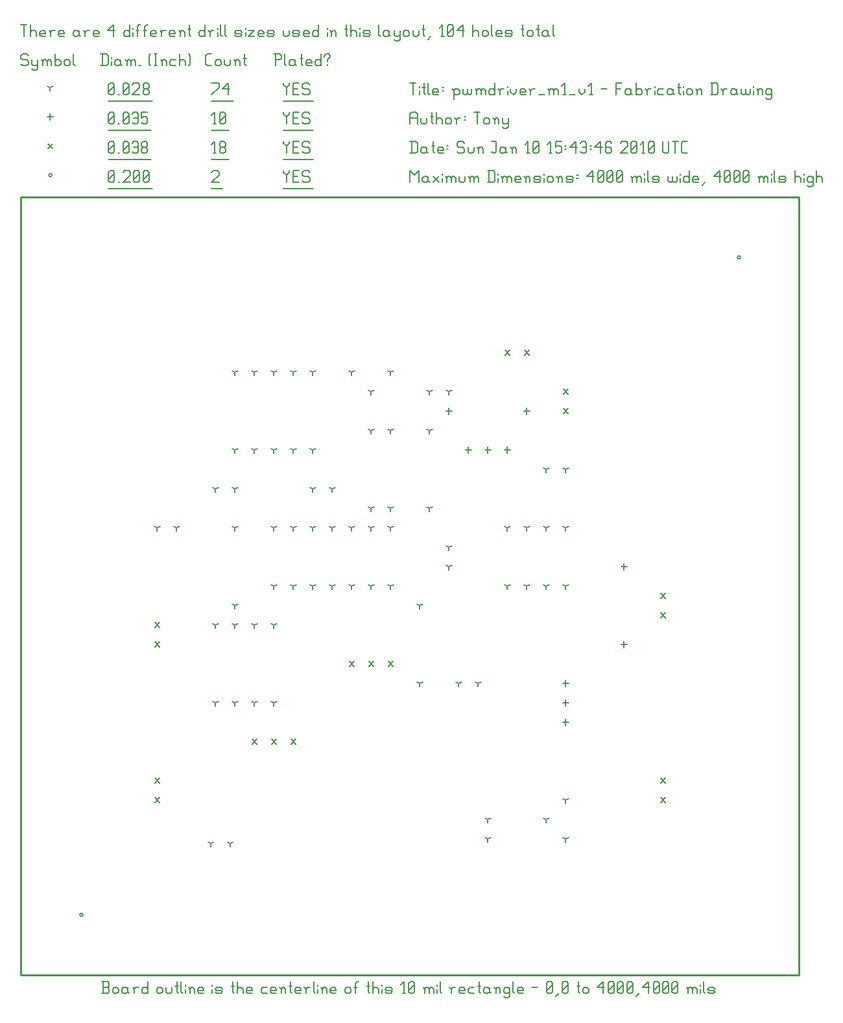
<source format=gbr>
G04 start of page 10 for group -3984 idx -3984
G04 Title: pwmdriver_m1_v1, fab *
G04 Creator: pcb 20070208 *
G04 CreationDate: Sun Jan 10 15:43:46 2010 UTC *
G04 For: tony *
G04 Format: Gerber/RS-274X *
G04 PCB-Dimensions: 400000 400000 *
G04 PCB-Coordinate-Origin: lower left *
%MOIN*%
%FSLAX24Y24*%
%LNFAB*%
%ADD12C,0.0100*%
%ADD13C,0.0080*%
G54D13*X3020Y3100D02*G75*G03X3180Y3100I80J0D01*G01*
G75*G03X3020Y3100I-80J0D01*G01*
X36820Y36900D02*G75*G03X36980Y36900I80J0D01*G01*
G75*G03X36820Y36900I-80J0D01*G01*
X1420Y41125D02*G75*G03X1580Y41125I80J0D01*G01*
G75*G03X1420Y41125I-80J0D01*G01*
G54D13*X13500Y41350D02*Y41275D01*
X13650Y41125D01*
X13800Y41275D01*
Y41350D02*Y41275D01*
X13650Y41125D02*Y40750D01*
X13980Y41050D02*X14205D01*
X13980Y40750D02*X14280D01*
X13980Y41350D02*Y40750D01*
Y41350D02*X14280D01*
X14760D02*X14835Y41275D01*
X14535Y41350D02*X14760D01*
X14460Y41275D02*X14535Y41350D01*
X14460Y41275D02*Y41125D01*
X14535Y41050D01*
X14760D01*
X14835Y40975D01*
Y40825D01*
X14760Y40750D02*X14835Y40825D01*
X14535Y40750D02*X14760D01*
X14460Y40825D02*X14535Y40750D01*
X13500Y40424D02*X15015D01*
X9800Y41275D02*X9875Y41350D01*
X10100D01*
X10175Y41275D01*
Y41125D01*
X9800Y40750D02*X10175Y41125D01*
X9800Y40750D02*X10175D01*
X9800Y40424D02*X10355D01*
X4500Y40825D02*X4575Y40750D01*
X4500Y41275D02*Y40825D01*
Y41275D02*X4575Y41350D01*
X4725D01*
X4800Y41275D01*
Y40825D01*
X4725Y40750D02*X4800Y40825D01*
X4575Y40750D02*X4725D01*
X4500Y40900D02*X4800Y41200D01*
X4980Y40750D02*X5055D01*
X5235Y41275D02*X5310Y41350D01*
X5535D01*
X5610Y41275D01*
Y41125D01*
X5235Y40750D02*X5610Y41125D01*
X5235Y40750D02*X5610D01*
X5790Y40825D02*X5865Y40750D01*
X5790Y41275D02*Y40825D01*
Y41275D02*X5865Y41350D01*
X6015D01*
X6090Y41275D01*
Y40825D01*
X6015Y40750D02*X6090Y40825D01*
X5865Y40750D02*X6015D01*
X5790Y40900D02*X6090Y41200D01*
X6270Y40825D02*X6345Y40750D01*
X6270Y41275D02*Y40825D01*
Y41275D02*X6345Y41350D01*
X6495D01*
X6570Y41275D01*
Y40825D01*
X6495Y40750D02*X6570Y40825D01*
X6345Y40750D02*X6495D01*
X6270Y40900D02*X6570Y41200D01*
X4500Y40424D02*X6750D01*
X24880Y32120D02*X25120Y31880D01*
X24880D02*X25120Y32120D01*
X25880D02*X26120Y31880D01*
X25880D02*X26120Y32120D01*
X32880Y18620D02*X33120Y18380D01*
X32880D02*X33120Y18620D01*
X32880Y19620D02*X33120Y19380D01*
X32880D02*X33120Y19620D01*
X6880Y17120D02*X7120Y16880D01*
X6880D02*X7120Y17120D01*
X6880Y18120D02*X7120Y17880D01*
X6880D02*X7120Y18120D01*
X16880Y16120D02*X17120Y15880D01*
X16880D02*X17120Y16120D01*
X17880D02*X18120Y15880D01*
X17880D02*X18120Y16120D01*
X18880D02*X19120Y15880D01*
X18880D02*X19120Y16120D01*
X32880Y9120D02*X33120Y8880D01*
X32880D02*X33120Y9120D01*
X32880Y10120D02*X33120Y9880D01*
X32880D02*X33120Y10120D01*
X6880Y9120D02*X7120Y8880D01*
X6880D02*X7120Y9120D01*
X6880Y10120D02*X7120Y9880D01*
X6880D02*X7120Y10120D01*
X27880Y30120D02*X28120Y29880D01*
X27880D02*X28120Y30120D01*
X27880Y29120D02*X28120Y28880D01*
X27880D02*X28120Y29120D01*
X11880Y12120D02*X12120Y11880D01*
X11880D02*X12120Y12120D01*
X12880D02*X13120Y11880D01*
X12880D02*X13120Y12120D01*
X13880D02*X14120Y11880D01*
X13880D02*X14120Y12120D01*
X1380Y42745D02*X1620Y42505D01*
X1380D02*X1620Y42745D01*
X13500Y42850D02*Y42775D01*
X13650Y42625D01*
X13800Y42775D01*
Y42850D02*Y42775D01*
X13650Y42625D02*Y42250D01*
X13980Y42550D02*X14205D01*
X13980Y42250D02*X14280D01*
X13980Y42850D02*Y42250D01*
Y42850D02*X14280D01*
X14760D02*X14835Y42775D01*
X14535Y42850D02*X14760D01*
X14460Y42775D02*X14535Y42850D01*
X14460Y42775D02*Y42625D01*
X14535Y42550D01*
X14760D01*
X14835Y42475D01*
Y42325D01*
X14760Y42250D02*X14835Y42325D01*
X14535Y42250D02*X14760D01*
X14460Y42325D02*X14535Y42250D01*
X13500Y41924D02*X15015D01*
X9875Y42250D02*X10025D01*
X9950Y42850D02*Y42250D01*
X9800Y42700D02*X9950Y42850D01*
X10205Y42325D02*X10280Y42250D01*
X10205Y42475D02*Y42325D01*
Y42475D02*X10280Y42550D01*
X10430D01*
X10505Y42475D01*
Y42325D01*
X10430Y42250D02*X10505Y42325D01*
X10280Y42250D02*X10430D01*
X10205Y42625D02*X10280Y42550D01*
X10205Y42775D02*Y42625D01*
Y42775D02*X10280Y42850D01*
X10430D01*
X10505Y42775D01*
Y42625D01*
X10430Y42550D02*X10505Y42625D01*
X9800Y41924D02*X10685D01*
X4500Y42325D02*X4575Y42250D01*
X4500Y42775D02*Y42325D01*
Y42775D02*X4575Y42850D01*
X4725D01*
X4800Y42775D01*
Y42325D01*
X4725Y42250D02*X4800Y42325D01*
X4575Y42250D02*X4725D01*
X4500Y42400D02*X4800Y42700D01*
X4980Y42250D02*X5055D01*
X5235Y42325D02*X5310Y42250D01*
X5235Y42775D02*Y42325D01*
Y42775D02*X5310Y42850D01*
X5460D01*
X5535Y42775D01*
Y42325D01*
X5460Y42250D02*X5535Y42325D01*
X5310Y42250D02*X5460D01*
X5235Y42400D02*X5535Y42700D01*
X5715Y42775D02*X5790Y42850D01*
X5940D01*
X6015Y42775D01*
Y42325D01*
X5940Y42250D02*X6015Y42325D01*
X5790Y42250D02*X5940D01*
X5715Y42325D02*X5790Y42250D01*
Y42550D02*X6015D01*
X6195Y42325D02*X6270Y42250D01*
X6195Y42475D02*Y42325D01*
Y42475D02*X6270Y42550D01*
X6420D01*
X6495Y42475D01*
Y42325D01*
X6420Y42250D02*X6495Y42325D01*
X6270Y42250D02*X6420D01*
X6195Y42625D02*X6270Y42550D01*
X6195Y42775D02*Y42625D01*
Y42775D02*X6270Y42850D01*
X6420D01*
X6495Y42775D01*
Y42625D01*
X6420Y42550D02*X6495Y42625D01*
X4500Y41924D02*X6675D01*
X28000Y15160D02*Y14840D01*
X27840Y15000D02*X28160D01*
X28000Y14160D02*Y13840D01*
X27840Y14000D02*X28160D01*
X28000Y13160D02*Y12840D01*
X27840Y13000D02*X28160D01*
X31000Y21160D02*Y20840D01*
X30840Y21000D02*X31160D01*
X31000Y17160D02*Y16840D01*
X30840Y17000D02*X31160D01*
X22000Y29160D02*Y28840D01*
X21840Y29000D02*X22160D01*
X26000Y29160D02*Y28840D01*
X25840Y29000D02*X26160D01*
X23000Y27160D02*Y26840D01*
X22840Y27000D02*X23160D01*
X24000Y27160D02*Y26840D01*
X23840Y27000D02*X24160D01*
X25000Y27160D02*Y26840D01*
X24840Y27000D02*X25160D01*
X1500Y44285D02*Y43965D01*
X1340Y44125D02*X1660D01*
X13500Y44350D02*Y44275D01*
X13650Y44125D01*
X13800Y44275D01*
Y44350D02*Y44275D01*
X13650Y44125D02*Y43750D01*
X13980Y44050D02*X14205D01*
X13980Y43750D02*X14280D01*
X13980Y44350D02*Y43750D01*
Y44350D02*X14280D01*
X14760D02*X14835Y44275D01*
X14535Y44350D02*X14760D01*
X14460Y44275D02*X14535Y44350D01*
X14460Y44275D02*Y44125D01*
X14535Y44050D01*
X14760D01*
X14835Y43975D01*
Y43825D01*
X14760Y43750D02*X14835Y43825D01*
X14535Y43750D02*X14760D01*
X14460Y43825D02*X14535Y43750D01*
X13500Y43424D02*X15015D01*
X9875Y43750D02*X10025D01*
X9950Y44350D02*Y43750D01*
X9800Y44200D02*X9950Y44350D01*
X10205Y43825D02*X10280Y43750D01*
X10205Y44275D02*Y43825D01*
Y44275D02*X10280Y44350D01*
X10430D01*
X10505Y44275D01*
Y43825D01*
X10430Y43750D02*X10505Y43825D01*
X10280Y43750D02*X10430D01*
X10205Y43900D02*X10505Y44200D01*
X9800Y43424D02*X10685D01*
X4500Y43825D02*X4575Y43750D01*
X4500Y44275D02*Y43825D01*
Y44275D02*X4575Y44350D01*
X4725D01*
X4800Y44275D01*
Y43825D01*
X4725Y43750D02*X4800Y43825D01*
X4575Y43750D02*X4725D01*
X4500Y43900D02*X4800Y44200D01*
X4980Y43750D02*X5055D01*
X5235Y43825D02*X5310Y43750D01*
X5235Y44275D02*Y43825D01*
Y44275D02*X5310Y44350D01*
X5460D01*
X5535Y44275D01*
Y43825D01*
X5460Y43750D02*X5535Y43825D01*
X5310Y43750D02*X5460D01*
X5235Y43900D02*X5535Y44200D01*
X5715Y44275D02*X5790Y44350D01*
X5940D01*
X6015Y44275D01*
Y43825D01*
X5940Y43750D02*X6015Y43825D01*
X5790Y43750D02*X5940D01*
X5715Y43825D02*X5790Y43750D01*
Y44050D02*X6015D01*
X6195Y44350D02*X6495D01*
X6195D02*Y44050D01*
X6270Y44125D01*
X6420D01*
X6495Y44050D01*
Y43825D01*
X6420Y43750D02*X6495Y43825D01*
X6270Y43750D02*X6420D01*
X6195Y43825D02*X6270Y43750D01*
X4500Y43424D02*X6675D01*
X9750Y6750D02*Y6590D01*
Y6750D02*X9888Y6830D01*
X9750Y6750D02*X9611Y6830D01*
X10750Y6750D02*Y6590D01*
Y6750D02*X10888Y6830D01*
X10750Y6750D02*X10611Y6830D01*
X28000Y7000D02*Y6840D01*
Y7000D02*X28138Y7080D01*
X28000Y7000D02*X27861Y7080D01*
X28000Y9000D02*Y8840D01*
Y9000D02*X28138Y9080D01*
X28000Y9000D02*X27861Y9080D01*
X27000Y8000D02*Y7840D01*
Y8000D02*X27138Y8080D01*
X27000Y8000D02*X26861Y8080D01*
X21000Y30000D02*Y29840D01*
Y30000D02*X21138Y30080D01*
X21000Y30000D02*X20861Y30080D01*
X22000Y30000D02*Y29840D01*
Y30000D02*X22138Y30080D01*
X22000Y30000D02*X21861Y30080D01*
X10000Y14000D02*Y13840D01*
Y14000D02*X10138Y14080D01*
X10000Y14000D02*X9861Y14080D01*
X10000Y18000D02*Y17840D01*
Y18000D02*X10138Y18080D01*
X10000Y18000D02*X9861Y18080D01*
X11000Y14000D02*Y13840D01*
Y14000D02*X11138Y14080D01*
X11000Y14000D02*X10861Y14080D01*
X11000Y18000D02*Y17840D01*
Y18000D02*X11138Y18080D01*
X11000Y18000D02*X10861Y18080D01*
X12000Y14000D02*Y13840D01*
Y14000D02*X12138Y14080D01*
X12000Y14000D02*X11861Y14080D01*
X12000Y18000D02*Y17840D01*
Y18000D02*X12138Y18080D01*
X12000Y18000D02*X11861Y18080D01*
X13000Y14000D02*Y13840D01*
Y14000D02*X13138Y14080D01*
X13000Y14000D02*X12861Y14080D01*
X13000Y18000D02*Y17840D01*
Y18000D02*X13138Y18080D01*
X13000Y18000D02*X12861Y18080D01*
X12000Y27000D02*Y26840D01*
Y27000D02*X12138Y27080D01*
X12000Y27000D02*X11861Y27080D01*
X12000Y31000D02*Y30840D01*
Y31000D02*X12138Y31080D01*
X12000Y31000D02*X11861Y31080D01*
X13000Y27000D02*Y26840D01*
Y27000D02*X13138Y27080D01*
X13000Y27000D02*X12861Y27080D01*
X13000Y31000D02*Y30840D01*
Y31000D02*X13138Y31080D01*
X13000Y31000D02*X12861Y31080D01*
X14000Y27000D02*Y26840D01*
Y27000D02*X14138Y27080D01*
X14000Y27000D02*X13861Y27080D01*
X14000Y31000D02*Y30840D01*
Y31000D02*X14138Y31080D01*
X14000Y31000D02*X13861Y31080D01*
X15000Y27000D02*Y26840D01*
Y27000D02*X15138Y27080D01*
X15000Y27000D02*X14861Y27080D01*
X15000Y31000D02*Y30840D01*
Y31000D02*X15138Y31080D01*
X15000Y31000D02*X14861Y31080D01*
X19000Y31000D02*Y30840D01*
Y31000D02*X19138Y31080D01*
X19000Y31000D02*X18861Y31080D01*
X17000Y31000D02*Y30840D01*
Y31000D02*X17138Y31080D01*
X17000Y31000D02*X16861Y31080D01*
X18000Y30000D02*Y29840D01*
Y30000D02*X18138Y30080D01*
X18000Y30000D02*X17861Y30080D01*
X11000Y23000D02*Y22840D01*
Y23000D02*X11138Y23080D01*
X11000Y23000D02*X10861Y23080D01*
X11000Y19000D02*Y18840D01*
Y19000D02*X11138Y19080D01*
X11000Y19000D02*X10861Y19080D01*
X19000Y24000D02*Y23840D01*
Y24000D02*X19138Y24080D01*
X19000Y24000D02*X18861Y24080D01*
X19000Y28000D02*Y27840D01*
Y28000D02*X19138Y28080D01*
X19000Y28000D02*X18861Y28080D01*
X18000Y24000D02*Y23840D01*
Y24000D02*X18138Y24080D01*
X18000Y24000D02*X17861Y24080D01*
X18000Y28000D02*Y27840D01*
Y28000D02*X18138Y28080D01*
X18000Y28000D02*X17861Y28080D01*
X22500Y15000D02*Y14840D01*
Y15000D02*X22638Y15080D01*
X22500Y15000D02*X22361Y15080D01*
X23500Y15000D02*Y14840D01*
Y15000D02*X23638Y15080D01*
X23500Y15000D02*X23361Y15080D01*
X25000Y20000D02*Y19840D01*
Y20000D02*X25138Y20080D01*
X25000Y20000D02*X24861Y20080D01*
X26000Y20000D02*Y19840D01*
Y20000D02*X26138Y20080D01*
X26000Y20000D02*X25861Y20080D01*
X27000Y20000D02*Y19840D01*
Y20000D02*X27138Y20080D01*
X27000Y20000D02*X26861Y20080D01*
X28000Y20000D02*Y19840D01*
Y20000D02*X28138Y20080D01*
X28000Y20000D02*X27861Y20080D01*
X28000Y23000D02*Y22840D01*
Y23000D02*X28138Y23080D01*
X28000Y23000D02*X27861Y23080D01*
X27000Y23000D02*Y22840D01*
Y23000D02*X27138Y23080D01*
X27000Y23000D02*X26861Y23080D01*
X26000Y23000D02*Y22840D01*
Y23000D02*X26138Y23080D01*
X26000Y23000D02*X25861Y23080D01*
X25000Y23000D02*Y22840D01*
Y23000D02*X25138Y23080D01*
X25000Y23000D02*X24861Y23080D01*
X22000Y22000D02*Y21840D01*
Y22000D02*X22138Y22080D01*
X22000Y22000D02*X21861Y22080D01*
X22000Y21000D02*Y20840D01*
Y21000D02*X22138Y21080D01*
X22000Y21000D02*X21861Y21080D01*
X19000Y23000D02*Y22840D01*
Y23000D02*X19138Y23080D01*
X19000Y23000D02*X18861Y23080D01*
X18000Y23000D02*Y22840D01*
Y23000D02*X18138Y23080D01*
X18000Y23000D02*X17861Y23080D01*
X17000Y23000D02*Y22840D01*
Y23000D02*X17138Y23080D01*
X17000Y23000D02*X16861Y23080D01*
X16000Y23000D02*Y22840D01*
Y23000D02*X16138Y23080D01*
X16000Y23000D02*X15861Y23080D01*
X15000Y23000D02*Y22840D01*
Y23000D02*X15138Y23080D01*
X15000Y23000D02*X14861Y23080D01*
X14000Y23000D02*Y22840D01*
Y23000D02*X14138Y23080D01*
X14000Y23000D02*X13861Y23080D01*
X13000Y23000D02*Y22840D01*
Y23000D02*X13138Y23080D01*
X13000Y23000D02*X12861Y23080D01*
X13000Y20000D02*Y19840D01*
Y20000D02*X13138Y20080D01*
X13000Y20000D02*X12861Y20080D01*
X14000Y20000D02*Y19840D01*
Y20000D02*X14138Y20080D01*
X14000Y20000D02*X13861Y20080D01*
X15000Y20000D02*Y19840D01*
Y20000D02*X15138Y20080D01*
X15000Y20000D02*X14861Y20080D01*
X16000Y20000D02*Y19840D01*
Y20000D02*X16138Y20080D01*
X16000Y20000D02*X15861Y20080D01*
X17000Y20000D02*Y19840D01*
Y20000D02*X17138Y20080D01*
X17000Y20000D02*X16861Y20080D01*
X18000Y20000D02*Y19840D01*
Y20000D02*X18138Y20080D01*
X18000Y20000D02*X17861Y20080D01*
X19000Y20000D02*Y19840D01*
Y20000D02*X19138Y20080D01*
X19000Y20000D02*X18861Y20080D01*
X15000Y25000D02*Y24840D01*
Y25000D02*X15138Y25080D01*
X15000Y25000D02*X14861Y25080D01*
X16000Y25000D02*Y24840D01*
Y25000D02*X16138Y25080D01*
X16000Y25000D02*X15861Y25080D01*
X10000Y25000D02*Y24840D01*
Y25000D02*X10138Y25080D01*
X10000Y25000D02*X9861Y25080D01*
X11000Y25000D02*Y24840D01*
Y25000D02*X11138Y25080D01*
X11000Y25000D02*X10861Y25080D01*
X21000Y24000D02*Y23840D01*
Y24000D02*X21138Y24080D01*
X21000Y24000D02*X20861Y24080D01*
X21000Y28000D02*Y27840D01*
Y28000D02*X21138Y28080D01*
X21000Y28000D02*X20861Y28080D01*
X20500Y15000D02*Y14840D01*
Y15000D02*X20638Y15080D01*
X20500Y15000D02*X20361Y15080D01*
X20500Y19000D02*Y18840D01*
Y19000D02*X20638Y19080D01*
X20500Y19000D02*X20361Y19080D01*
X24000Y8000D02*Y7840D01*
Y8000D02*X24138Y8080D01*
X24000Y8000D02*X23861Y8080D01*
X24000Y7000D02*Y6840D01*
Y7000D02*X24138Y7080D01*
X24000Y7000D02*X23861Y7080D01*
X11000Y27000D02*Y26840D01*
Y27000D02*X11138Y27080D01*
X11000Y27000D02*X10861Y27080D01*
X11000Y31000D02*Y30840D01*
Y31000D02*X11138Y31080D01*
X11000Y31000D02*X10861Y31080D01*
X7000Y23000D02*Y22840D01*
Y23000D02*X7138Y23080D01*
X7000Y23000D02*X6861Y23080D01*
X8000Y23000D02*Y22840D01*
Y23000D02*X8138Y23080D01*
X8000Y23000D02*X7861Y23080D01*
X27000Y26000D02*Y25840D01*
Y26000D02*X27138Y26080D01*
X27000Y26000D02*X26861Y26080D01*
X28000Y26000D02*Y25840D01*
Y26000D02*X28138Y26080D01*
X28000Y26000D02*X27861Y26080D01*
X1500Y45625D02*Y45465D01*
Y45625D02*X1638Y45705D01*
X1500Y45625D02*X1361Y45705D01*
X13500Y45850D02*Y45775D01*
X13650Y45625D01*
X13800Y45775D01*
Y45850D02*Y45775D01*
X13650Y45625D02*Y45250D01*
X13980Y45550D02*X14205D01*
X13980Y45250D02*X14280D01*
X13980Y45850D02*Y45250D01*
Y45850D02*X14280D01*
X14760D02*X14835Y45775D01*
X14535Y45850D02*X14760D01*
X14460Y45775D02*X14535Y45850D01*
X14460Y45775D02*Y45625D01*
X14535Y45550D01*
X14760D01*
X14835Y45475D01*
Y45325D01*
X14760Y45250D02*X14835Y45325D01*
X14535Y45250D02*X14760D01*
X14460Y45325D02*X14535Y45250D01*
X13500Y44924D02*X15015D01*
X9800Y45250D02*X10175Y45625D01*
Y45850D02*Y45625D01*
X9800Y45850D02*X10175D01*
X10355Y45550D02*X10655Y45850D01*
X10355Y45550D02*X10730D01*
X10655Y45850D02*Y45250D01*
X9800Y44924D02*X10910D01*
X4500Y45325D02*X4575Y45250D01*
X4500Y45775D02*Y45325D01*
Y45775D02*X4575Y45850D01*
X4725D01*
X4800Y45775D01*
Y45325D01*
X4725Y45250D02*X4800Y45325D01*
X4575Y45250D02*X4725D01*
X4500Y45400D02*X4800Y45700D01*
X4980Y45250D02*X5055D01*
X5235Y45325D02*X5310Y45250D01*
X5235Y45775D02*Y45325D01*
Y45775D02*X5310Y45850D01*
X5460D01*
X5535Y45775D01*
Y45325D01*
X5460Y45250D02*X5535Y45325D01*
X5310Y45250D02*X5460D01*
X5235Y45400D02*X5535Y45700D01*
X5715Y45775D02*X5790Y45850D01*
X6015D01*
X6090Y45775D01*
Y45625D01*
X5715Y45250D02*X6090Y45625D01*
X5715Y45250D02*X6090D01*
X6270Y45325D02*X6345Y45250D01*
X6270Y45475D02*Y45325D01*
Y45475D02*X6345Y45550D01*
X6495D01*
X6570Y45475D01*
Y45325D01*
X6495Y45250D02*X6570Y45325D01*
X6345Y45250D02*X6495D01*
X6270Y45625D02*X6345Y45550D01*
X6270Y45775D02*Y45625D01*
Y45775D02*X6345Y45850D01*
X6495D01*
X6570Y45775D01*
Y45625D01*
X6495Y45550D02*X6570Y45625D01*
X4500Y44924D02*X6750D01*
X300Y47350D02*X375Y47275D01*
X75Y47350D02*X300D01*
X0Y47275D02*X75Y47350D01*
X0Y47275D02*Y47125D01*
X75Y47050D01*
X300D01*
X375Y46975D01*
Y46825D01*
X300Y46750D02*X375Y46825D01*
X75Y46750D02*X300D01*
X0Y46825D02*X75Y46750D01*
X555Y47050D02*Y46825D01*
X630Y46750D01*
X855Y47050D02*Y46600D01*
X780Y46525D02*X855Y46600D01*
X630Y46525D02*X780D01*
X555Y46600D02*X630Y46525D01*
Y46750D02*X780D01*
X855Y46825D01*
X1110Y46975D02*Y46750D01*
Y46975D02*X1185Y47050D01*
X1260D01*
X1335Y46975D01*
Y46750D01*
Y46975D02*X1410Y47050D01*
X1485D01*
X1560Y46975D01*
Y46750D01*
X1035Y47050D02*X1110Y46975D01*
X1740Y47350D02*Y46750D01*
Y46825D02*X1815Y46750D01*
X1965D01*
X2040Y46825D01*
Y46975D02*Y46825D01*
X1965Y47050D02*X2040Y46975D01*
X1815Y47050D02*X1965D01*
X1740Y46975D02*X1815Y47050D01*
X2220Y46975D02*Y46825D01*
Y46975D02*X2295Y47050D01*
X2445D01*
X2520Y46975D01*
Y46825D01*
X2445Y46750D02*X2520Y46825D01*
X2295Y46750D02*X2445D01*
X2220Y46825D02*X2295Y46750D01*
X2700Y47350D02*Y46825D01*
X2775Y46750D01*
X4175Y47350D02*Y46750D01*
X4400Y47350D02*X4475Y47275D01*
Y46825D01*
X4400Y46750D02*X4475Y46825D01*
X4100Y46750D02*X4400D01*
X4100Y47350D02*X4400D01*
X4655Y47200D02*Y47125D01*
Y46975D02*Y46750D01*
X5030Y47050D02*X5105Y46975D01*
X4880Y47050D02*X5030D01*
X4805Y46975D02*X4880Y47050D01*
X4805Y46975D02*Y46825D01*
X4880Y46750D01*
X5105Y47050D02*Y46825D01*
X5180Y46750D01*
X4880D02*X5030D01*
X5105Y46825D01*
X5435Y46975D02*Y46750D01*
Y46975D02*X5510Y47050D01*
X5585D01*
X5660Y46975D01*
Y46750D01*
Y46975D02*X5735Y47050D01*
X5810D01*
X5885Y46975D01*
Y46750D01*
X5360Y47050D02*X5435Y46975D01*
X6065Y46750D02*X6140D01*
X6590Y46825D02*X6665Y46750D01*
X6590Y47275D02*X6665Y47350D01*
X6590Y47275D02*Y46825D01*
X6845Y47350D02*X6995D01*
X6920D02*Y46750D01*
X6845D02*X6995D01*
X7251Y46975D02*Y46750D01*
Y46975D02*X7326Y47050D01*
X7401D01*
X7476Y46975D01*
Y46750D01*
X7176Y47050D02*X7251Y46975D01*
X7731Y47050D02*X7956D01*
X7656Y46975D02*X7731Y47050D01*
X7656Y46975D02*Y46825D01*
X7731Y46750D01*
X7956D01*
X8136Y47350D02*Y46750D01*
Y46975D02*X8211Y47050D01*
X8361D01*
X8436Y46975D01*
Y46750D01*
X8616Y47350D02*X8691Y47275D01*
Y46825D01*
X8616Y46750D02*X8691Y46825D01*
X9575Y46750D02*X9800D01*
X9500Y46825D02*X9575Y46750D01*
X9500Y47275D02*Y46825D01*
Y47275D02*X9575Y47350D01*
X9800D01*
X9980Y46975D02*Y46825D01*
Y46975D02*X10055Y47050D01*
X10205D01*
X10280Y46975D01*
Y46825D01*
X10205Y46750D02*X10280Y46825D01*
X10055Y46750D02*X10205D01*
X9980Y46825D02*X10055Y46750D01*
X10460Y47050D02*Y46825D01*
X10535Y46750D01*
X10685D01*
X10760Y46825D01*
Y47050D02*Y46825D01*
X11015Y46975D02*Y46750D01*
Y46975D02*X11090Y47050D01*
X11165D01*
X11240Y46975D01*
Y46750D01*
X10940Y47050D02*X11015Y46975D01*
X11495Y47350D02*Y46825D01*
X11570Y46750D01*
X11420Y47125D02*X11570D01*
X13075Y47350D02*Y46750D01*
X13000Y47350D02*X13300D01*
X13375Y47275D01*
Y47125D01*
X13300Y47050D02*X13375Y47125D01*
X13075Y47050D02*X13300D01*
X13555Y47350D02*Y46825D01*
X13630Y46750D01*
X14005Y47050D02*X14080Y46975D01*
X13855Y47050D02*X14005D01*
X13780Y46975D02*X13855Y47050D01*
X13780Y46975D02*Y46825D01*
X13855Y46750D01*
X14080Y47050D02*Y46825D01*
X14155Y46750D01*
X13855D02*X14005D01*
X14080Y46825D01*
X14410Y47350D02*Y46825D01*
X14485Y46750D01*
X14335Y47125D02*X14485D01*
X14710Y46750D02*X14935D01*
X14635Y46825D02*X14710Y46750D01*
X14635Y46975D02*Y46825D01*
Y46975D02*X14710Y47050D01*
X14860D01*
X14935Y46975D01*
X14635Y46900D02*X14935D01*
Y46975D02*Y46900D01*
X15415Y47350D02*Y46750D01*
X15340D02*X15415Y46825D01*
X15190Y46750D02*X15340D01*
X15115Y46825D02*X15190Y46750D01*
X15115Y46975D02*Y46825D01*
Y46975D02*X15190Y47050D01*
X15340D01*
X15415Y46975D01*
X15745Y47050D02*Y46975D01*
Y46825D02*Y46750D01*
X15595Y47275D02*Y47200D01*
Y47275D02*X15670Y47350D01*
X15820D01*
X15895Y47275D01*
Y47200D01*
X15745Y47050D02*X15895Y47200D01*
X0Y48850D02*X300D01*
X150D02*Y48250D01*
X480Y48850D02*Y48250D01*
Y48475D02*X555Y48550D01*
X705D01*
X780Y48475D01*
Y48250D01*
X1035D02*X1260D01*
X960Y48325D02*X1035Y48250D01*
X960Y48475D02*Y48325D01*
Y48475D02*X1035Y48550D01*
X1185D01*
X1260Y48475D01*
X960Y48400D02*X1260D01*
Y48475D02*Y48400D01*
X1515Y48475D02*Y48250D01*
Y48475D02*X1590Y48550D01*
X1740D01*
X1440D02*X1515Y48475D01*
X1995Y48250D02*X2220D01*
X1920Y48325D02*X1995Y48250D01*
X1920Y48475D02*Y48325D01*
Y48475D02*X1995Y48550D01*
X2145D01*
X2220Y48475D01*
X1920Y48400D02*X2220D01*
Y48475D02*Y48400D01*
X2895Y48550D02*X2970Y48475D01*
X2745Y48550D02*X2895D01*
X2670Y48475D02*X2745Y48550D01*
X2670Y48475D02*Y48325D01*
X2745Y48250D01*
X2970Y48550D02*Y48325D01*
X3045Y48250D01*
X2745D02*X2895D01*
X2970Y48325D01*
X3300Y48475D02*Y48250D01*
Y48475D02*X3375Y48550D01*
X3525D01*
X3225D02*X3300Y48475D01*
X3781Y48250D02*X4006D01*
X3706Y48325D02*X3781Y48250D01*
X3706Y48475D02*Y48325D01*
Y48475D02*X3781Y48550D01*
X3931D01*
X4006Y48475D01*
X3706Y48400D02*X4006D01*
Y48475D02*Y48400D01*
X4456Y48550D02*X4756Y48850D01*
X4456Y48550D02*X4831D01*
X4756Y48850D02*Y48250D01*
X5581Y48850D02*Y48250D01*
X5506D02*X5581Y48325D01*
X5356Y48250D02*X5506D01*
X5281Y48325D02*X5356Y48250D01*
X5281Y48475D02*Y48325D01*
Y48475D02*X5356Y48550D01*
X5506D01*
X5581Y48475D01*
X5761Y48700D02*Y48625D01*
Y48475D02*Y48250D01*
X5986Y48775D02*Y48250D01*
Y48775D02*X6061Y48850D01*
X6136D01*
X5911Y48550D02*X6061D01*
X6361Y48775D02*Y48250D01*
Y48775D02*X6436Y48850D01*
X6511D01*
X6286Y48550D02*X6436D01*
X6736Y48250D02*X6961D01*
X6661Y48325D02*X6736Y48250D01*
X6661Y48475D02*Y48325D01*
Y48475D02*X6736Y48550D01*
X6886D01*
X6961Y48475D01*
X6661Y48400D02*X6961D01*
Y48475D02*Y48400D01*
X7217Y48475D02*Y48250D01*
Y48475D02*X7292Y48550D01*
X7442D01*
X7142D02*X7217Y48475D01*
X7697Y48250D02*X7922D01*
X7622Y48325D02*X7697Y48250D01*
X7622Y48475D02*Y48325D01*
Y48475D02*X7697Y48550D01*
X7847D01*
X7922Y48475D01*
X7622Y48400D02*X7922D01*
Y48475D02*Y48400D01*
X8177Y48475D02*Y48250D01*
Y48475D02*X8252Y48550D01*
X8327D01*
X8402Y48475D01*
Y48250D01*
X8102Y48550D02*X8177Y48475D01*
X8657Y48850D02*Y48325D01*
X8732Y48250D01*
X8582Y48625D02*X8732D01*
X9452Y48850D02*Y48250D01*
X9377D02*X9452Y48325D01*
X9227Y48250D02*X9377D01*
X9152Y48325D02*X9227Y48250D01*
X9152Y48475D02*Y48325D01*
Y48475D02*X9227Y48550D01*
X9377D01*
X9452Y48475D01*
X9707D02*Y48250D01*
Y48475D02*X9782Y48550D01*
X9932D01*
X9632D02*X9707Y48475D01*
X10113Y48700D02*Y48625D01*
Y48475D02*Y48250D01*
X10263Y48850D02*Y48325D01*
X10338Y48250D01*
X10488Y48850D02*Y48325D01*
X10563Y48250D01*
X11058D02*X11283D01*
X11358Y48325D01*
X11283Y48400D02*X11358Y48325D01*
X11058Y48400D02*X11283D01*
X10983Y48475D02*X11058Y48400D01*
X10983Y48475D02*X11058Y48550D01*
X11283D01*
X11358Y48475D01*
X10983Y48325D02*X11058Y48250D01*
X11538Y48700D02*Y48625D01*
Y48475D02*Y48250D01*
X11688Y48550D02*X11988D01*
X11688Y48250D02*X11988Y48550D01*
X11688Y48250D02*X11988D01*
X12243D02*X12468D01*
X12168Y48325D02*X12243Y48250D01*
X12168Y48475D02*Y48325D01*
Y48475D02*X12243Y48550D01*
X12393D01*
X12468Y48475D01*
X12168Y48400D02*X12468D01*
Y48475D02*Y48400D01*
X12724Y48250D02*X12949D01*
X13024Y48325D01*
X12949Y48400D02*X13024Y48325D01*
X12724Y48400D02*X12949D01*
X12649Y48475D02*X12724Y48400D01*
X12649Y48475D02*X12724Y48550D01*
X12949D01*
X13024Y48475D01*
X12649Y48325D02*X12724Y48250D01*
X13474Y48550D02*Y48325D01*
X13549Y48250D01*
X13699D01*
X13774Y48325D01*
Y48550D02*Y48325D01*
X14029Y48250D02*X14254D01*
X14329Y48325D01*
X14254Y48400D02*X14329Y48325D01*
X14029Y48400D02*X14254D01*
X13954Y48475D02*X14029Y48400D01*
X13954Y48475D02*X14029Y48550D01*
X14254D01*
X14329Y48475D01*
X13954Y48325D02*X14029Y48250D01*
X14584D02*X14809D01*
X14509Y48325D02*X14584Y48250D01*
X14509Y48475D02*Y48325D01*
Y48475D02*X14584Y48550D01*
X14734D01*
X14809Y48475D01*
X14509Y48400D02*X14809D01*
Y48475D02*Y48400D01*
X15289Y48850D02*Y48250D01*
X15214D02*X15289Y48325D01*
X15064Y48250D02*X15214D01*
X14989Y48325D02*X15064Y48250D01*
X14989Y48475D02*Y48325D01*
Y48475D02*X15064Y48550D01*
X15214D01*
X15289Y48475D01*
X15739Y48700D02*Y48625D01*
Y48475D02*Y48250D01*
X15964Y48475D02*Y48250D01*
Y48475D02*X16039Y48550D01*
X16114D01*
X16189Y48475D01*
Y48250D01*
X15889Y48550D02*X15964Y48475D01*
X16715Y48850D02*Y48325D01*
X16790Y48250D01*
X16640Y48625D02*X16790D01*
X16940Y48850D02*Y48250D01*
Y48475D02*X17015Y48550D01*
X17165D01*
X17240Y48475D01*
Y48250D01*
X17420Y48700D02*Y48625D01*
Y48475D02*Y48250D01*
X17645D02*X17870D01*
X17945Y48325D01*
X17870Y48400D02*X17945Y48325D01*
X17645Y48400D02*X17870D01*
X17570Y48475D02*X17645Y48400D01*
X17570Y48475D02*X17645Y48550D01*
X17870D01*
X17945Y48475D01*
X17570Y48325D02*X17645Y48250D01*
X18395Y48850D02*Y48325D01*
X18470Y48250D01*
X18845Y48550D02*X18920Y48475D01*
X18695Y48550D02*X18845D01*
X18620Y48475D02*X18695Y48550D01*
X18620Y48475D02*Y48325D01*
X18695Y48250D01*
X18920Y48550D02*Y48325D01*
X18995Y48250D01*
X18695D02*X18845D01*
X18920Y48325D01*
X19176Y48550D02*Y48325D01*
X19251Y48250D01*
X19476Y48550D02*Y48100D01*
X19401Y48025D02*X19476Y48100D01*
X19251Y48025D02*X19401D01*
X19176Y48100D02*X19251Y48025D01*
Y48250D02*X19401D01*
X19476Y48325D01*
X19656Y48475D02*Y48325D01*
Y48475D02*X19731Y48550D01*
X19881D01*
X19956Y48475D01*
Y48325D01*
X19881Y48250D02*X19956Y48325D01*
X19731Y48250D02*X19881D01*
X19656Y48325D02*X19731Y48250D01*
X20136Y48550D02*Y48325D01*
X20211Y48250D01*
X20361D01*
X20436Y48325D01*
Y48550D02*Y48325D01*
X20691Y48850D02*Y48325D01*
X20766Y48250D01*
X20616Y48625D02*X20766D01*
X20916Y48100D02*X21066Y48250D01*
X21591D02*X21741D01*
X21666Y48850D02*Y48250D01*
X21516Y48700D02*X21666Y48850D01*
X21921Y48325D02*X21996Y48250D01*
X21921Y48775D02*Y48325D01*
Y48775D02*X21996Y48850D01*
X22146D01*
X22221Y48775D01*
Y48325D01*
X22146Y48250D02*X22221Y48325D01*
X21996Y48250D02*X22146D01*
X21921Y48400D02*X22221Y48700D01*
X22402Y48550D02*X22702Y48850D01*
X22402Y48550D02*X22777D01*
X22702Y48850D02*Y48250D01*
X23227Y48850D02*Y48250D01*
Y48475D02*X23302Y48550D01*
X23452D01*
X23527Y48475D01*
Y48250D01*
X23707Y48475D02*Y48325D01*
Y48475D02*X23782Y48550D01*
X23932D01*
X24007Y48475D01*
Y48325D01*
X23932Y48250D02*X24007Y48325D01*
X23782Y48250D02*X23932D01*
X23707Y48325D02*X23782Y48250D01*
X24187Y48850D02*Y48325D01*
X24262Y48250D01*
X24487D02*X24712D01*
X24412Y48325D02*X24487Y48250D01*
X24412Y48475D02*Y48325D01*
Y48475D02*X24487Y48550D01*
X24637D01*
X24712Y48475D01*
X24412Y48400D02*X24712D01*
Y48475D02*Y48400D01*
X24967Y48250D02*X25192D01*
X25267Y48325D01*
X25192Y48400D02*X25267Y48325D01*
X24967Y48400D02*X25192D01*
X24892Y48475D02*X24967Y48400D01*
X24892Y48475D02*X24967Y48550D01*
X25192D01*
X25267Y48475D01*
X24892Y48325D02*X24967Y48250D01*
X25792Y48850D02*Y48325D01*
X25867Y48250D01*
X25717Y48625D02*X25867D01*
X26018Y48475D02*Y48325D01*
Y48475D02*X26093Y48550D01*
X26243D01*
X26318Y48475D01*
Y48325D01*
X26243Y48250D02*X26318Y48325D01*
X26093Y48250D02*X26243D01*
X26018Y48325D02*X26093Y48250D01*
X26573Y48850D02*Y48325D01*
X26648Y48250D01*
X26498Y48625D02*X26648D01*
X27023Y48550D02*X27098Y48475D01*
X26873Y48550D02*X27023D01*
X26798Y48475D02*X26873Y48550D01*
X26798Y48475D02*Y48325D01*
X26873Y48250D01*
X27098Y48550D02*Y48325D01*
X27173Y48250D01*
X26873D02*X27023D01*
X27098Y48325D01*
X27353Y48850D02*Y48325D01*
X27428Y48250D01*
G54D12*X0Y40000D02*X40000D01*
X0D02*Y0D01*
X40000Y40000D02*Y0D01*
X0D02*X40000D01*
G54D13*X20000Y41350D02*Y40750D01*
Y41350D02*X20225Y41125D01*
X20450Y41350D01*
Y40750D01*
X20855Y41050D02*X20930Y40975D01*
X20705Y41050D02*X20855D01*
X20630Y40975D02*X20705Y41050D01*
X20630Y40975D02*Y40825D01*
X20705Y40750D01*
X20930Y41050D02*Y40825D01*
X21005Y40750D01*
X20705D02*X20855D01*
X20930Y40825D01*
X21185Y41050D02*X21485Y40750D01*
X21185D02*X21485Y41050D01*
X21665Y41200D02*Y41125D01*
Y40975D02*Y40750D01*
X21890Y40975D02*Y40750D01*
Y40975D02*X21965Y41050D01*
X22040D01*
X22115Y40975D01*
Y40750D01*
Y40975D02*X22190Y41050D01*
X22265D01*
X22340Y40975D01*
Y40750D01*
X21815Y41050D02*X21890Y40975D01*
X22520Y41050D02*Y40825D01*
X22595Y40750D01*
X22745D01*
X22820Y40825D01*
Y41050D02*Y40825D01*
X23075Y40975D02*Y40750D01*
Y40975D02*X23150Y41050D01*
X23225D01*
X23300Y40975D01*
Y40750D01*
Y40975D02*X23375Y41050D01*
X23450D01*
X23525Y40975D01*
Y40750D01*
X23000Y41050D02*X23075Y40975D01*
X24051Y41350D02*Y40750D01*
X24276Y41350D02*X24351Y41275D01*
Y40825D01*
X24276Y40750D02*X24351Y40825D01*
X23976Y40750D02*X24276D01*
X23976Y41350D02*X24276D01*
X24531Y41200D02*Y41125D01*
Y40975D02*Y40750D01*
X24756Y40975D02*Y40750D01*
Y40975D02*X24831Y41050D01*
X24906D01*
X24981Y40975D01*
Y40750D01*
Y40975D02*X25056Y41050D01*
X25131D01*
X25206Y40975D01*
Y40750D01*
X24681Y41050D02*X24756Y40975D01*
X25461Y40750D02*X25686D01*
X25386Y40825D02*X25461Y40750D01*
X25386Y40975D02*Y40825D01*
Y40975D02*X25461Y41050D01*
X25611D01*
X25686Y40975D01*
X25386Y40900D02*X25686D01*
Y40975D02*Y40900D01*
X25941Y40975D02*Y40750D01*
Y40975D02*X26016Y41050D01*
X26091D01*
X26166Y40975D01*
Y40750D01*
X25866Y41050D02*X25941Y40975D01*
X26421Y40750D02*X26646D01*
X26721Y40825D01*
X26646Y40900D02*X26721Y40825D01*
X26421Y40900D02*X26646D01*
X26346Y40975D02*X26421Y40900D01*
X26346Y40975D02*X26421Y41050D01*
X26646D01*
X26721Y40975D01*
X26346Y40825D02*X26421Y40750D01*
X26901Y41200D02*Y41125D01*
Y40975D02*Y40750D01*
X27052Y40975D02*Y40825D01*
Y40975D02*X27127Y41050D01*
X27277D01*
X27352Y40975D01*
Y40825D01*
X27277Y40750D02*X27352Y40825D01*
X27127Y40750D02*X27277D01*
X27052Y40825D02*X27127Y40750D01*
X27607Y40975D02*Y40750D01*
Y40975D02*X27682Y41050D01*
X27757D01*
X27832Y40975D01*
Y40750D01*
X27532Y41050D02*X27607Y40975D01*
X28087Y40750D02*X28312D01*
X28387Y40825D01*
X28312Y40900D02*X28387Y40825D01*
X28087Y40900D02*X28312D01*
X28012Y40975D02*X28087Y40900D01*
X28012Y40975D02*X28087Y41050D01*
X28312D01*
X28387Y40975D01*
X28012Y40825D02*X28087Y40750D01*
X28567Y41125D02*X28642D01*
X28567Y40975D02*X28642D01*
X29092Y41050D02*X29392Y41350D01*
X29092Y41050D02*X29467D01*
X29392Y41350D02*Y40750D01*
X29647Y40825D02*X29722Y40750D01*
X29647Y41275D02*Y40825D01*
Y41275D02*X29722Y41350D01*
X29872D01*
X29947Y41275D01*
Y40825D01*
X29872Y40750D02*X29947Y40825D01*
X29722Y40750D02*X29872D01*
X29647Y40900D02*X29947Y41200D01*
X30128Y40825D02*X30203Y40750D01*
X30128Y41275D02*Y40825D01*
Y41275D02*X30203Y41350D01*
X30353D01*
X30428Y41275D01*
Y40825D01*
X30353Y40750D02*X30428Y40825D01*
X30203Y40750D02*X30353D01*
X30128Y40900D02*X30428Y41200D01*
X30608Y40825D02*X30683Y40750D01*
X30608Y41275D02*Y40825D01*
Y41275D02*X30683Y41350D01*
X30833D01*
X30908Y41275D01*
Y40825D01*
X30833Y40750D02*X30908Y40825D01*
X30683Y40750D02*X30833D01*
X30608Y40900D02*X30908Y41200D01*
X31433Y40975D02*Y40750D01*
Y40975D02*X31508Y41050D01*
X31583D01*
X31658Y40975D01*
Y40750D01*
Y40975D02*X31733Y41050D01*
X31808D01*
X31883Y40975D01*
Y40750D01*
X31358Y41050D02*X31433Y40975D01*
X32063Y41200D02*Y41125D01*
Y40975D02*Y40750D01*
X32213Y41350D02*Y40825D01*
X32288Y40750D01*
X32513D02*X32738D01*
X32813Y40825D01*
X32738Y40900D02*X32813Y40825D01*
X32513Y40900D02*X32738D01*
X32438Y40975D02*X32513Y40900D01*
X32438Y40975D02*X32513Y41050D01*
X32738D01*
X32813Y40975D01*
X32438Y40825D02*X32513Y40750D01*
X33263Y41050D02*Y40825D01*
X33338Y40750D01*
X33413D01*
X33488Y40825D01*
Y41050D02*Y40825D01*
X33563Y40750D01*
X33638D01*
X33713Y40825D01*
Y41050D02*Y40825D01*
X33894Y41200D02*Y41125D01*
Y40975D02*Y40750D01*
X34344Y41350D02*Y40750D01*
X34269D02*X34344Y40825D01*
X34119Y40750D02*X34269D01*
X34044Y40825D02*X34119Y40750D01*
X34044Y40975D02*Y40825D01*
Y40975D02*X34119Y41050D01*
X34269D01*
X34344Y40975D01*
X34599Y40750D02*X34824D01*
X34524Y40825D02*X34599Y40750D01*
X34524Y40975D02*Y40825D01*
Y40975D02*X34599Y41050D01*
X34749D01*
X34824Y40975D01*
X34524Y40900D02*X34824D01*
Y40975D02*Y40900D01*
X35004Y40600D02*X35154Y40750D01*
X35604Y41050D02*X35904Y41350D01*
X35604Y41050D02*X35979D01*
X35904Y41350D02*Y40750D01*
X36159Y40825D02*X36234Y40750D01*
X36159Y41275D02*Y40825D01*
Y41275D02*X36234Y41350D01*
X36384D01*
X36459Y41275D01*
Y40825D01*
X36384Y40750D02*X36459Y40825D01*
X36234Y40750D02*X36384D01*
X36159Y40900D02*X36459Y41200D01*
X36639Y40825D02*X36714Y40750D01*
X36639Y41275D02*Y40825D01*
Y41275D02*X36714Y41350D01*
X36864D01*
X36939Y41275D01*
Y40825D01*
X36864Y40750D02*X36939Y40825D01*
X36714Y40750D02*X36864D01*
X36639Y40900D02*X36939Y41200D01*
X37120Y40825D02*X37195Y40750D01*
X37120Y41275D02*Y40825D01*
Y41275D02*X37195Y41350D01*
X37345D01*
X37420Y41275D01*
Y40825D01*
X37345Y40750D02*X37420Y40825D01*
X37195Y40750D02*X37345D01*
X37120Y40900D02*X37420Y41200D01*
X37945Y40975D02*Y40750D01*
Y40975D02*X38020Y41050D01*
X38095D01*
X38170Y40975D01*
Y40750D01*
Y40975D02*X38245Y41050D01*
X38320D01*
X38395Y40975D01*
Y40750D01*
X37870Y41050D02*X37945Y40975D01*
X38575Y41200D02*Y41125D01*
Y40975D02*Y40750D01*
X38725Y41350D02*Y40825D01*
X38800Y40750D01*
X39025D02*X39250D01*
X39325Y40825D01*
X39250Y40900D02*X39325Y40825D01*
X39025Y40900D02*X39250D01*
X38950Y40975D02*X39025Y40900D01*
X38950Y40975D02*X39025Y41050D01*
X39250D01*
X39325Y40975D01*
X38950Y40825D02*X39025Y40750D01*
X39775Y41350D02*Y40750D01*
Y40975D02*X39850Y41050D01*
X40000D01*
X40075Y40975D01*
Y40750D01*
X40256Y41200D02*Y41125D01*
Y40975D02*Y40750D01*
X40631Y41050D02*X40706Y40975D01*
X40481Y41050D02*X40631D01*
X40406Y40975D02*X40481Y41050D01*
X40406Y40975D02*Y40825D01*
X40481Y40750D01*
X40631D01*
X40706Y40825D01*
X40406Y40600D02*X40481Y40525D01*
X40631D01*
X40706Y40600D01*
Y41050D02*Y40600D01*
X40886Y41350D02*Y40750D01*
Y40975D02*X40961Y41050D01*
X41111D01*
X41186Y40975D01*
Y40750D01*
X4147Y-950D02*X4447D01*
X4522Y-875D01*
Y-725D02*Y-875D01*
X4447Y-650D02*X4522Y-725D01*
X4222Y-650D02*X4447D01*
X4222Y-350D02*Y-950D01*
X4147Y-350D02*X4447D01*
X4522Y-425D01*
Y-575D01*
X4447Y-650D02*X4522Y-575D01*
X4702Y-725D02*Y-875D01*
Y-725D02*X4777Y-650D01*
X4927D01*
X5002Y-725D01*
Y-875D01*
X4927Y-950D02*X5002Y-875D01*
X4777Y-950D02*X4927D01*
X4702Y-875D02*X4777Y-950D01*
X5407Y-650D02*X5482Y-725D01*
X5257Y-650D02*X5407D01*
X5182Y-725D02*X5257Y-650D01*
X5182Y-725D02*Y-875D01*
X5257Y-950D01*
X5482Y-650D02*Y-875D01*
X5557Y-950D01*
X5257D02*X5407D01*
X5482Y-875D01*
X5813Y-725D02*Y-950D01*
Y-725D02*X5888Y-650D01*
X6038D01*
X5738D02*X5813Y-725D01*
X6518Y-350D02*Y-950D01*
X6443D02*X6518Y-875D01*
X6293Y-950D02*X6443D01*
X6218Y-875D02*X6293Y-950D01*
X6218Y-725D02*Y-875D01*
Y-725D02*X6293Y-650D01*
X6443D01*
X6518Y-725D01*
X6968D02*Y-875D01*
Y-725D02*X7043Y-650D01*
X7193D01*
X7268Y-725D01*
Y-875D01*
X7193Y-950D02*X7268Y-875D01*
X7043Y-950D02*X7193D01*
X6968Y-875D02*X7043Y-950D01*
X7448Y-650D02*Y-875D01*
X7523Y-950D01*
X7673D01*
X7748Y-875D01*
Y-650D02*Y-875D01*
X8003Y-350D02*Y-875D01*
X8078Y-950D01*
X7928Y-575D02*X8078D01*
X8228Y-350D02*Y-875D01*
X8303Y-950D01*
X8453Y-500D02*Y-575D01*
Y-725D02*Y-950D01*
X8679Y-725D02*Y-950D01*
Y-725D02*X8754Y-650D01*
X8829D01*
X8904Y-725D01*
Y-950D01*
X8604Y-650D02*X8679Y-725D01*
X9159Y-950D02*X9384D01*
X9084Y-875D02*X9159Y-950D01*
X9084Y-725D02*Y-875D01*
Y-725D02*X9159Y-650D01*
X9309D01*
X9384Y-725D01*
X9084Y-800D02*X9384D01*
Y-725D02*Y-800D01*
X9834Y-500D02*Y-575D01*
Y-725D02*Y-950D01*
X10059D02*X10284D01*
X10359Y-875D01*
X10284Y-800D02*X10359Y-875D01*
X10059Y-800D02*X10284D01*
X9984Y-725D02*X10059Y-800D01*
X9984Y-725D02*X10059Y-650D01*
X10284D01*
X10359Y-725D01*
X9984Y-875D02*X10059Y-950D01*
X10884Y-350D02*Y-875D01*
X10959Y-950D01*
X10809Y-575D02*X10959D01*
X11109Y-350D02*Y-950D01*
Y-725D02*X11184Y-650D01*
X11334D01*
X11409Y-725D01*
Y-950D01*
X11665D02*X11890D01*
X11590Y-875D02*X11665Y-950D01*
X11590Y-725D02*Y-875D01*
Y-725D02*X11665Y-650D01*
X11815D01*
X11890Y-725D01*
X11590Y-800D02*X11890D01*
Y-725D02*Y-800D01*
X12415Y-650D02*X12640D01*
X12340Y-725D02*X12415Y-650D01*
X12340Y-725D02*Y-875D01*
X12415Y-950D01*
X12640D01*
X12895D02*X13120D01*
X12820Y-875D02*X12895Y-950D01*
X12820Y-725D02*Y-875D01*
Y-725D02*X12895Y-650D01*
X13045D01*
X13120Y-725D01*
X12820Y-800D02*X13120D01*
Y-725D02*Y-800D01*
X13375Y-725D02*Y-950D01*
Y-725D02*X13450Y-650D01*
X13525D01*
X13600Y-725D01*
Y-950D01*
X13300Y-650D02*X13375Y-725D01*
X13855Y-350D02*Y-875D01*
X13930Y-950D01*
X13780Y-575D02*X13930D01*
X14155Y-950D02*X14380D01*
X14080Y-875D02*X14155Y-950D01*
X14080Y-725D02*Y-875D01*
Y-725D02*X14155Y-650D01*
X14305D01*
X14380Y-725D01*
X14080Y-800D02*X14380D01*
Y-725D02*Y-800D01*
X14635Y-725D02*Y-950D01*
Y-725D02*X14710Y-650D01*
X14860D01*
X14560D02*X14635Y-725D01*
X15041Y-350D02*Y-875D01*
X15116Y-950D01*
X15266Y-500D02*Y-575D01*
Y-725D02*Y-950D01*
X15491Y-725D02*Y-950D01*
Y-725D02*X15566Y-650D01*
X15641D01*
X15716Y-725D01*
Y-950D01*
X15416Y-650D02*X15491Y-725D01*
X15971Y-950D02*X16196D01*
X15896Y-875D02*X15971Y-950D01*
X15896Y-725D02*Y-875D01*
Y-725D02*X15971Y-650D01*
X16121D01*
X16196Y-725D01*
X15896Y-800D02*X16196D01*
Y-725D02*Y-800D01*
X16646Y-725D02*Y-875D01*
Y-725D02*X16721Y-650D01*
X16871D01*
X16946Y-725D01*
Y-875D01*
X16871Y-950D02*X16946Y-875D01*
X16721Y-950D02*X16871D01*
X16646Y-875D02*X16721Y-950D01*
X17201Y-425D02*Y-950D01*
Y-425D02*X17276Y-350D01*
X17351D01*
X17126Y-650D02*X17276D01*
X17846Y-350D02*Y-875D01*
X17921Y-950D01*
X17771Y-575D02*X17921D01*
X18072Y-350D02*Y-950D01*
Y-725D02*X18147Y-650D01*
X18297D01*
X18372Y-725D01*
Y-950D01*
X18552Y-500D02*Y-575D01*
Y-725D02*Y-950D01*
X18777D02*X19002D01*
X19077Y-875D01*
X19002Y-800D02*X19077Y-875D01*
X18777Y-800D02*X19002D01*
X18702Y-725D02*X18777Y-800D01*
X18702Y-725D02*X18777Y-650D01*
X19002D01*
X19077Y-725D01*
X18702Y-875D02*X18777Y-950D01*
X19602D02*X19752D01*
X19677Y-350D02*Y-950D01*
X19527Y-500D02*X19677Y-350D01*
X19932Y-875D02*X20007Y-950D01*
X19932Y-425D02*Y-875D01*
Y-425D02*X20007Y-350D01*
X20157D01*
X20232Y-425D01*
Y-875D01*
X20157Y-950D02*X20232Y-875D01*
X20007Y-950D02*X20157D01*
X19932Y-800D02*X20232Y-500D01*
X20757Y-725D02*Y-950D01*
Y-725D02*X20832Y-650D01*
X20907D01*
X20982Y-725D01*
Y-950D01*
Y-725D02*X21057Y-650D01*
X21132D01*
X21207Y-725D01*
Y-950D01*
X20682Y-650D02*X20757Y-725D01*
X21388Y-500D02*Y-575D01*
Y-725D02*Y-950D01*
X21538Y-350D02*Y-875D01*
X21613Y-950D01*
X22108Y-725D02*Y-950D01*
Y-725D02*X22183Y-650D01*
X22333D01*
X22033D02*X22108Y-725D01*
X22588Y-950D02*X22813D01*
X22513Y-875D02*X22588Y-950D01*
X22513Y-725D02*Y-875D01*
Y-725D02*X22588Y-650D01*
X22738D01*
X22813Y-725D01*
X22513Y-800D02*X22813D01*
Y-725D02*Y-800D01*
X23068Y-650D02*X23293D01*
X22993Y-725D02*X23068Y-650D01*
X22993Y-725D02*Y-875D01*
X23068Y-950D01*
X23293D01*
X23548Y-350D02*Y-875D01*
X23623Y-950D01*
X23473Y-575D02*X23623D01*
X23998Y-650D02*X24073Y-725D01*
X23848Y-650D02*X23998D01*
X23773Y-725D02*X23848Y-650D01*
X23773Y-725D02*Y-875D01*
X23848Y-950D01*
X24073Y-650D02*Y-875D01*
X24148Y-950D01*
X23848D02*X23998D01*
X24073Y-875D01*
X24404Y-725D02*Y-950D01*
Y-725D02*X24479Y-650D01*
X24554D01*
X24629Y-725D01*
Y-950D01*
X24329Y-650D02*X24404Y-725D01*
X25034Y-650D02*X25109Y-725D01*
X24884Y-650D02*X25034D01*
X24809Y-725D02*X24884Y-650D01*
X24809Y-725D02*Y-875D01*
X24884Y-950D01*
X25034D01*
X25109Y-875D01*
X24809Y-1100D02*X24884Y-1175D01*
X25034D01*
X25109Y-1100D01*
Y-650D02*Y-1100D01*
X25289Y-350D02*Y-875D01*
X25364Y-950D01*
X25589D02*X25814D01*
X25514Y-875D02*X25589Y-950D01*
X25514Y-725D02*Y-875D01*
Y-725D02*X25589Y-650D01*
X25739D01*
X25814Y-725D01*
X25514Y-800D02*X25814D01*
Y-725D02*Y-800D01*
X26264Y-650D02*X26564D01*
X27014Y-875D02*X27089Y-950D01*
X27014Y-425D02*Y-875D01*
Y-425D02*X27089Y-350D01*
X27239D01*
X27314Y-425D01*
Y-875D01*
X27239Y-950D02*X27314Y-875D01*
X27089Y-950D02*X27239D01*
X27014Y-800D02*X27314Y-500D01*
X27494Y-1100D02*X27644Y-950D01*
X27825Y-875D02*X27900Y-950D01*
X27825Y-425D02*Y-875D01*
Y-425D02*X27900Y-350D01*
X28050D01*
X28125Y-425D01*
Y-875D01*
X28050Y-950D02*X28125Y-875D01*
X27900Y-950D02*X28050D01*
X27825Y-800D02*X28125Y-500D01*
X28650Y-350D02*Y-875D01*
X28725Y-950D01*
X28575Y-575D02*X28725D01*
X28875Y-725D02*Y-875D01*
Y-725D02*X28950Y-650D01*
X29100D01*
X29175Y-725D01*
Y-875D01*
X29100Y-950D02*X29175Y-875D01*
X28950Y-950D02*X29100D01*
X28875Y-875D02*X28950Y-950D01*
X29625Y-650D02*X29925Y-350D01*
X29625Y-650D02*X30000D01*
X29925Y-350D02*Y-950D01*
X30180Y-875D02*X30255Y-950D01*
X30180Y-425D02*Y-875D01*
Y-425D02*X30255Y-350D01*
X30405D01*
X30480Y-425D01*
Y-875D01*
X30405Y-950D02*X30480Y-875D01*
X30255Y-950D02*X30405D01*
X30180Y-800D02*X30480Y-500D01*
X30660Y-875D02*X30735Y-950D01*
X30660Y-425D02*Y-875D01*
Y-425D02*X30735Y-350D01*
X30885D01*
X30960Y-425D01*
Y-875D01*
X30885Y-950D02*X30960Y-875D01*
X30735Y-950D02*X30885D01*
X30660Y-800D02*X30960Y-500D01*
X31141Y-875D02*X31216Y-950D01*
X31141Y-425D02*Y-875D01*
Y-425D02*X31216Y-350D01*
X31366D01*
X31441Y-425D01*
Y-875D01*
X31366Y-950D02*X31441Y-875D01*
X31216Y-950D02*X31366D01*
X31141Y-800D02*X31441Y-500D01*
X31621Y-1100D02*X31771Y-950D01*
X31951Y-650D02*X32251Y-350D01*
X31951Y-650D02*X32326D01*
X32251Y-350D02*Y-950D01*
X32506Y-875D02*X32581Y-950D01*
X32506Y-425D02*Y-875D01*
Y-425D02*X32581Y-350D01*
X32731D01*
X32806Y-425D01*
Y-875D01*
X32731Y-950D02*X32806Y-875D01*
X32581Y-950D02*X32731D01*
X32506Y-800D02*X32806Y-500D01*
X32986Y-875D02*X33061Y-950D01*
X32986Y-425D02*Y-875D01*
Y-425D02*X33061Y-350D01*
X33211D01*
X33286Y-425D01*
Y-875D01*
X33211Y-950D02*X33286Y-875D01*
X33061Y-950D02*X33211D01*
X32986Y-800D02*X33286Y-500D01*
X33466Y-875D02*X33541Y-950D01*
X33466Y-425D02*Y-875D01*
Y-425D02*X33541Y-350D01*
X33691D01*
X33766Y-425D01*
Y-875D01*
X33691Y-950D02*X33766Y-875D01*
X33541Y-950D02*X33691D01*
X33466Y-800D02*X33766Y-500D01*
X34291Y-725D02*Y-950D01*
Y-725D02*X34366Y-650D01*
X34441D01*
X34516Y-725D01*
Y-950D01*
Y-725D02*X34591Y-650D01*
X34666D01*
X34741Y-725D01*
Y-950D01*
X34216Y-650D02*X34291Y-725D01*
X34922Y-500D02*Y-575D01*
Y-725D02*Y-950D01*
X35072Y-350D02*Y-875D01*
X35147Y-950D01*
X35372D02*X35597D01*
X35672Y-875D01*
X35597Y-800D02*X35672Y-875D01*
X35372Y-800D02*X35597D01*
X35297Y-725D02*X35372Y-800D01*
X35297Y-725D02*X35372Y-650D01*
X35597D01*
X35672Y-725D01*
X35297Y-875D02*X35372Y-950D01*
X20075Y42850D02*Y42250D01*
X20300Y42850D02*X20375Y42775D01*
Y42325D01*
X20300Y42250D02*X20375Y42325D01*
X20000Y42250D02*X20300D01*
X20000Y42850D02*X20300D01*
X20780Y42550D02*X20855Y42475D01*
X20630Y42550D02*X20780D01*
X20555Y42475D02*X20630Y42550D01*
X20555Y42475D02*Y42325D01*
X20630Y42250D01*
X20855Y42550D02*Y42325D01*
X20930Y42250D01*
X20630D02*X20780D01*
X20855Y42325D01*
X21185Y42850D02*Y42325D01*
X21260Y42250D01*
X21110Y42625D02*X21260D01*
X21485Y42250D02*X21710D01*
X21410Y42325D02*X21485Y42250D01*
X21410Y42475D02*Y42325D01*
Y42475D02*X21485Y42550D01*
X21635D01*
X21710Y42475D01*
X21410Y42400D02*X21710D01*
Y42475D02*Y42400D01*
X21890Y42625D02*X21965D01*
X21890Y42475D02*X21965D01*
X22715Y42850D02*X22790Y42775D01*
X22490Y42850D02*X22715D01*
X22415Y42775D02*X22490Y42850D01*
X22415Y42775D02*Y42625D01*
X22490Y42550D01*
X22715D01*
X22790Y42475D01*
Y42325D01*
X22715Y42250D02*X22790Y42325D01*
X22490Y42250D02*X22715D01*
X22415Y42325D02*X22490Y42250D01*
X22970Y42550D02*Y42325D01*
X23045Y42250D01*
X23195D01*
X23270Y42325D01*
Y42550D02*Y42325D01*
X23526Y42475D02*Y42250D01*
Y42475D02*X23601Y42550D01*
X23676D01*
X23751Y42475D01*
Y42250D01*
X23451Y42550D02*X23526Y42475D01*
X24201Y42850D02*X24426D01*
Y42325D01*
X24351Y42250D02*X24426Y42325D01*
X24276Y42250D02*X24351D01*
X24201Y42325D02*X24276Y42250D01*
X24831Y42550D02*X24906Y42475D01*
X24681Y42550D02*X24831D01*
X24606Y42475D02*X24681Y42550D01*
X24606Y42475D02*Y42325D01*
X24681Y42250D01*
X24906Y42550D02*Y42325D01*
X24981Y42250D01*
X24681D02*X24831D01*
X24906Y42325D01*
X25236Y42475D02*Y42250D01*
Y42475D02*X25311Y42550D01*
X25386D01*
X25461Y42475D01*
Y42250D01*
X25161Y42550D02*X25236Y42475D01*
X25986Y42250D02*X26136D01*
X26061Y42850D02*Y42250D01*
X25911Y42700D02*X26061Y42850D01*
X26316Y42325D02*X26391Y42250D01*
X26316Y42775D02*Y42325D01*
Y42775D02*X26391Y42850D01*
X26541D01*
X26616Y42775D01*
Y42325D01*
X26541Y42250D02*X26616Y42325D01*
X26391Y42250D02*X26541D01*
X26316Y42400D02*X26616Y42700D01*
X27141Y42250D02*X27291D01*
X27216Y42850D02*Y42250D01*
X27066Y42700D02*X27216Y42850D01*
X27472D02*X27772D01*
X27472D02*Y42550D01*
X27547Y42625D01*
X27697D01*
X27772Y42550D01*
Y42325D01*
X27697Y42250D02*X27772Y42325D01*
X27547Y42250D02*X27697D01*
X27472Y42325D02*X27547Y42250D01*
X27952Y42625D02*X28027D01*
X27952Y42475D02*X28027D01*
X28207Y42550D02*X28507Y42850D01*
X28207Y42550D02*X28582D01*
X28507Y42850D02*Y42250D01*
X28762Y42775D02*X28837Y42850D01*
X28987D01*
X29062Y42775D01*
Y42325D01*
X28987Y42250D02*X29062Y42325D01*
X28837Y42250D02*X28987D01*
X28762Y42325D02*X28837Y42250D01*
Y42550D02*X29062D01*
X29242Y42625D02*X29317D01*
X29242Y42475D02*X29317D01*
X29497Y42550D02*X29797Y42850D01*
X29497Y42550D02*X29872D01*
X29797Y42850D02*Y42250D01*
X30278Y42850D02*X30353Y42775D01*
X30128Y42850D02*X30278D01*
X30053Y42775D02*X30128Y42850D01*
X30053Y42775D02*Y42325D01*
X30128Y42250D01*
X30278Y42550D02*X30353Y42475D01*
X30053Y42550D02*X30278D01*
X30128Y42250D02*X30278D01*
X30353Y42325D01*
Y42475D02*Y42325D01*
X30803Y42775D02*X30878Y42850D01*
X31103D01*
X31178Y42775D01*
Y42625D01*
X30803Y42250D02*X31178Y42625D01*
X30803Y42250D02*X31178D01*
X31358Y42325D02*X31433Y42250D01*
X31358Y42775D02*Y42325D01*
Y42775D02*X31433Y42850D01*
X31583D01*
X31658Y42775D01*
Y42325D01*
X31583Y42250D02*X31658Y42325D01*
X31433Y42250D02*X31583D01*
X31358Y42400D02*X31658Y42700D01*
X31913Y42250D02*X32063D01*
X31988Y42850D02*Y42250D01*
X31838Y42700D02*X31988Y42850D01*
X32243Y42325D02*X32318Y42250D01*
X32243Y42775D02*Y42325D01*
Y42775D02*X32318Y42850D01*
X32468D01*
X32543Y42775D01*
Y42325D01*
X32468Y42250D02*X32543Y42325D01*
X32318Y42250D02*X32468D01*
X32243Y42400D02*X32543Y42700D01*
X32993Y42850D02*Y42325D01*
X33068Y42250D01*
X33218D01*
X33293Y42325D01*
Y42850D02*Y42325D01*
X33473Y42850D02*X33773D01*
X33623D02*Y42250D01*
X34029D02*X34254D01*
X33954Y42325D02*X34029Y42250D01*
X33954Y42775D02*Y42325D01*
Y42775D02*X34029Y42850D01*
X34254D01*
X20000Y44275D02*Y43750D01*
Y44275D02*X20075Y44350D01*
X20300D01*
X20375Y44275D01*
Y43750D01*
X20000Y44050D02*X20375D01*
X20555D02*Y43825D01*
X20630Y43750D01*
X20780D01*
X20855Y43825D01*
Y44050D02*Y43825D01*
X21110Y44350D02*Y43825D01*
X21185Y43750D01*
X21035Y44125D02*X21185D01*
X21335Y44350D02*Y43750D01*
Y43975D02*X21410Y44050D01*
X21560D01*
X21635Y43975D01*
Y43750D01*
X21815Y43975D02*Y43825D01*
Y43975D02*X21890Y44050D01*
X22040D01*
X22115Y43975D01*
Y43825D01*
X22040Y43750D02*X22115Y43825D01*
X21890Y43750D02*X22040D01*
X21815Y43825D02*X21890Y43750D01*
X22370Y43975D02*Y43750D01*
Y43975D02*X22445Y44050D01*
X22595D01*
X22295D02*X22370Y43975D01*
X22775Y44125D02*X22850D01*
X22775Y43975D02*X22850D01*
X23301Y44350D02*X23601D01*
X23451D02*Y43750D01*
X23781Y43975D02*Y43825D01*
Y43975D02*X23856Y44050D01*
X24006D01*
X24081Y43975D01*
Y43825D01*
X24006Y43750D02*X24081Y43825D01*
X23856Y43750D02*X24006D01*
X23781Y43825D02*X23856Y43750D01*
X24336Y43975D02*Y43750D01*
Y43975D02*X24411Y44050D01*
X24486D01*
X24561Y43975D01*
Y43750D01*
X24261Y44050D02*X24336Y43975D01*
X24741Y44050D02*Y43825D01*
X24816Y43750D01*
X25041Y44050D02*Y43600D01*
X24966Y43525D02*X25041Y43600D01*
X24816Y43525D02*X24966D01*
X24741Y43600D02*X24816Y43525D01*
Y43750D02*X24966D01*
X25041Y43825D01*
X20000Y45850D02*X20300D01*
X20150D02*Y45250D01*
X20480Y45700D02*Y45625D01*
Y45475D02*Y45250D01*
X20705Y45850D02*Y45325D01*
X20780Y45250D01*
X20630Y45625D02*X20780D01*
X20930Y45850D02*Y45325D01*
X21005Y45250D01*
X21230D02*X21455D01*
X21155Y45325D02*X21230Y45250D01*
X21155Y45475D02*Y45325D01*
Y45475D02*X21230Y45550D01*
X21380D01*
X21455Y45475D01*
X21155Y45400D02*X21455D01*
Y45475D02*Y45400D01*
X21635Y45625D02*X21710D01*
X21635Y45475D02*X21710D01*
X22235D02*Y45025D01*
X22160Y45550D02*X22235Y45475D01*
X22310Y45550D01*
X22460D01*
X22535Y45475D01*
Y45325D01*
X22460Y45250D02*X22535Y45325D01*
X22310Y45250D02*X22460D01*
X22235Y45325D02*X22310Y45250D01*
X22716Y45550D02*Y45325D01*
X22791Y45250D01*
X22866D01*
X22941Y45325D01*
Y45550D02*Y45325D01*
X23016Y45250D01*
X23091D01*
X23166Y45325D01*
Y45550D02*Y45325D01*
X23421Y45475D02*Y45250D01*
Y45475D02*X23496Y45550D01*
X23571D01*
X23646Y45475D01*
Y45250D01*
Y45475D02*X23721Y45550D01*
X23796D01*
X23871Y45475D01*
Y45250D01*
X23346Y45550D02*X23421Y45475D01*
X24351Y45850D02*Y45250D01*
X24276D02*X24351Y45325D01*
X24126Y45250D02*X24276D01*
X24051Y45325D02*X24126Y45250D01*
X24051Y45475D02*Y45325D01*
Y45475D02*X24126Y45550D01*
X24276D01*
X24351Y45475D01*
X24606D02*Y45250D01*
Y45475D02*X24681Y45550D01*
X24831D01*
X24531D02*X24606Y45475D01*
X25011Y45700D02*Y45625D01*
Y45475D02*Y45250D01*
X25161Y45550D02*Y45400D01*
X25311Y45250D01*
X25461Y45400D01*
Y45550D02*Y45400D01*
X25716Y45250D02*X25941D01*
X25641Y45325D02*X25716Y45250D01*
X25641Y45475D02*Y45325D01*
Y45475D02*X25716Y45550D01*
X25866D01*
X25941Y45475D01*
X25641Y45400D02*X25941D01*
Y45475D02*Y45400D01*
X26197Y45475D02*Y45250D01*
Y45475D02*X26272Y45550D01*
X26422D01*
X26122D02*X26197Y45475D01*
X26602Y45250D02*X26902D01*
X27157Y45475D02*Y45250D01*
Y45475D02*X27232Y45550D01*
X27307D01*
X27382Y45475D01*
Y45250D01*
Y45475D02*X27457Y45550D01*
X27532D01*
X27607Y45475D01*
Y45250D01*
X27082Y45550D02*X27157Y45475D01*
X27862Y45250D02*X28012D01*
X27937Y45850D02*Y45250D01*
X27787Y45700D02*X27937Y45850D01*
X28192Y45250D02*X28492D01*
X28672Y45550D02*Y45400D01*
X28822Y45250D01*
X28972Y45400D01*
Y45550D02*Y45400D01*
X29228Y45250D02*X29378D01*
X29303Y45850D02*Y45250D01*
X29153Y45700D02*X29303Y45850D01*
X29828Y45550D02*X30128D01*
X30578Y45850D02*Y45250D01*
Y45850D02*X30878D01*
X30578Y45550D02*X30803D01*
X31283D02*X31358Y45475D01*
X31133Y45550D02*X31283D01*
X31058Y45475D02*X31133Y45550D01*
X31058Y45475D02*Y45325D01*
X31133Y45250D01*
X31358Y45550D02*Y45325D01*
X31433Y45250D01*
X31133D02*X31283D01*
X31358Y45325D01*
X31613Y45850D02*Y45250D01*
Y45325D02*X31688Y45250D01*
X31838D01*
X31913Y45325D01*
Y45475D02*Y45325D01*
X31838Y45550D02*X31913Y45475D01*
X31688Y45550D02*X31838D01*
X31613Y45475D02*X31688Y45550D01*
X32168Y45475D02*Y45250D01*
Y45475D02*X32243Y45550D01*
X32393D01*
X32093D02*X32168Y45475D01*
X32573Y45700D02*Y45625D01*
Y45475D02*Y45250D01*
X32799Y45550D02*X33024D01*
X32724Y45475D02*X32799Y45550D01*
X32724Y45475D02*Y45325D01*
X32799Y45250D01*
X33024D01*
X33429Y45550D02*X33504Y45475D01*
X33279Y45550D02*X33429D01*
X33204Y45475D02*X33279Y45550D01*
X33204Y45475D02*Y45325D01*
X33279Y45250D01*
X33504Y45550D02*Y45325D01*
X33579Y45250D01*
X33279D02*X33429D01*
X33504Y45325D01*
X33834Y45850D02*Y45325D01*
X33909Y45250D01*
X33759Y45625D02*X33909D01*
X34059Y45700D02*Y45625D01*
Y45475D02*Y45250D01*
X34209Y45475D02*Y45325D01*
Y45475D02*X34284Y45550D01*
X34434D01*
X34509Y45475D01*
Y45325D01*
X34434Y45250D02*X34509Y45325D01*
X34284Y45250D02*X34434D01*
X34209Y45325D02*X34284Y45250D01*
X34764Y45475D02*Y45250D01*
Y45475D02*X34839Y45550D01*
X34914D01*
X34989Y45475D01*
Y45250D01*
X34689Y45550D02*X34764Y45475D01*
X35514Y45850D02*Y45250D01*
X35739Y45850D02*X35814Y45775D01*
Y45325D01*
X35739Y45250D02*X35814Y45325D01*
X35439Y45250D02*X35739D01*
X35439Y45850D02*X35739D01*
X36070Y45475D02*Y45250D01*
Y45475D02*X36145Y45550D01*
X36295D01*
X35995D02*X36070Y45475D01*
X36700Y45550D02*X36775Y45475D01*
X36550Y45550D02*X36700D01*
X36475Y45475D02*X36550Y45550D01*
X36475Y45475D02*Y45325D01*
X36550Y45250D01*
X36775Y45550D02*Y45325D01*
X36850Y45250D01*
X36550D02*X36700D01*
X36775Y45325D01*
X37030Y45550D02*Y45325D01*
X37105Y45250D01*
X37180D01*
X37255Y45325D01*
Y45550D02*Y45325D01*
X37330Y45250D01*
X37405D01*
X37480Y45325D01*
Y45550D02*Y45325D01*
X37660Y45700D02*Y45625D01*
Y45475D02*Y45250D01*
X37885Y45475D02*Y45250D01*
Y45475D02*X37960Y45550D01*
X38035D01*
X38110Y45475D01*
Y45250D01*
X37810Y45550D02*X37885Y45475D01*
X38515Y45550D02*X38590Y45475D01*
X38365Y45550D02*X38515D01*
X38290Y45475D02*X38365Y45550D01*
X38290Y45475D02*Y45325D01*
X38365Y45250D01*
X38515D01*
X38590Y45325D01*
X38290Y45100D02*X38365Y45025D01*
X38515D01*
X38590Y45100D01*
Y45550D02*Y45100D01*
M02*

</source>
